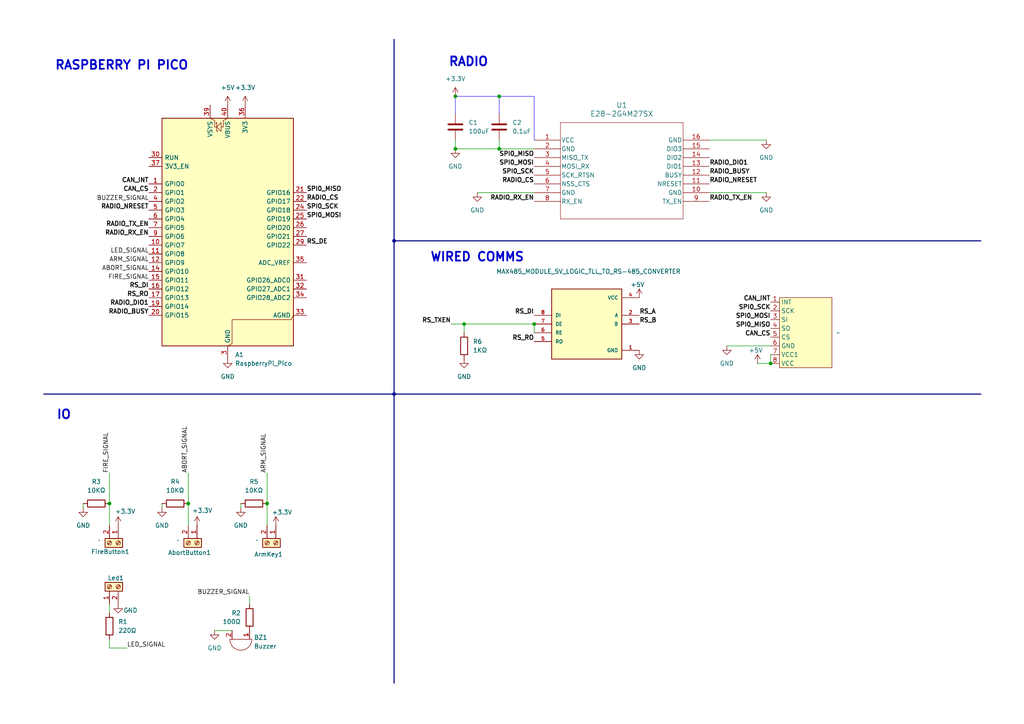
<source format=kicad_sch>
(kicad_sch (version 20250114) (generator "eeschema") (generator_version "9.0")
  (paper "A4")
  (lib_symbols
    (symbol "CANController:CANController"
      (symbol "CANController_1_1"
        (rectangle (start -7.62 8.89) (end 7.62 -11.43) (fill (type background)))
        (pin input line (at -10.16 7.62 0) (length 2.54) (name "INT") (number "1"))
        (pin input line (at -10.16 5.08 0) (length 2.54) (name "SCK") (number "2"))
        (pin input line (at -10.16 2.54 0) (length 2.54) (name "SI") (number "3"))
        (pin input line (at -10.16 0 0) (length 2.54) (name "SO") (number "4"))
        (pin input line (at -10.16 -2.54 0) (length 2.54) (name "CS") (number "5"))
        (pin input line (at -10.16 -5.08 0) (length 2.54) (name "GND") (number "6"))
        (pin input line (at -10.16 -7.62 0) (length 2.54) (name "VCC1") (number "7"))
        (pin input line (at -10.16 -10.16 0) (length 2.54) (name "VCC") (number "8"))
      )
    )
    (symbol "Connector:Screw_Terminal_01x02" (pin_names (offset 1.016) (hide yes))
      (property "Reference" "J" (at 0 2.54 0))
      (property "Value" "Screw_Terminal_01x02" (at 0 -5.08 0))
      (symbol "Screw_Terminal_01x02_1_1"
        (rectangle (start -1.27 1.27) (end 1.27 -3.81) (stroke (width 0.254)) (fill (type background)))
        (polyline (pts (xy -0.5334 0.3302) (xy 0.3302 -0.508)) (stroke (width 0.1524)))
        (polyline (pts (xy -0.5334 -2.2098) (xy 0.3302 -3.048)) (stroke (width 0.1524)))
        (polyline (pts (xy -0.3556 0.508) (xy 0.508 -0.3302)) (stroke (width 0.1524)))
        (polyline (pts (xy -0.3556 -2.032) (xy 0.508 -2.8702)) (stroke (width 0.1524)))
        (circle (center 0 0) (radius 0.635) (stroke (width 0.1524)))
        (circle (center 0 -2.54) (radius 0.635) (stroke (width 0.1524)))
        (pin passive line (at -5.08 0 0) (length 3.81) (name "Pin_1") (number "1"))
        (pin passive line (at -5.08 -2.54 0) (length 3.81) (name "Pin_2") (number "2"))
      )
    )
    (symbol "Device:Buzzer" (pin_names (offset 0.0254) (hide yes))
      (property "Reference" "BZ" (at 3.81 1.27 0))
      (property "Value" "Buzzer" (at 3.81 -1.27 0))
      (symbol "Buzzer_0_1"
        (polyline (pts (xy -1.651 1.905) (xy -1.143 1.905)))
        (polyline (pts (xy -1.397 2.159) (xy -1.397 1.651)))
        (arc (start 0 3.175) (mid 3.1612 0) (end 0 -3.175))
        (polyline (pts (xy 0 3.175) (xy 0 -3.175)))
      )
      (symbol "Buzzer_1_1"
        (pin passive line (at -2.54 2.54 0) (length 2.54) (name "+") (number "1"))
        (pin passive line (at -2.54 -2.54 0) (length 2.54) (name "-") (number "2"))
      )
    )
    (symbol "Device:C" (pin_numbers (hide yes)) (pin_names (offset 0.254))
      (property "Reference" "C" (at 0.635 2.54 0))
      (property "Value" "C" (at 0.635 -2.54 0))
      (symbol "C_0_1"
        (polyline (pts (xy -2.032 0.762) (xy 2.032 0.762)) (stroke (width 0.508)))
        (polyline (pts (xy -2.032 -0.762) (xy 2.032 -0.762)) (stroke (width 0.508)))
      )
      (symbol "C_1_1"
        (pin passive line (at 0 3.81 270) (length 2.794) (name "~") (number "1"))
        (pin passive line (at 0 -3.81 90) (length 2.794) (name "~") (number "2"))
      )
    )
    (symbol "Device:R" (pin_numbers (hide yes)) (pin_names (offset 0))
      (property "Reference" "R" (at 2.032 0 90))
      (property "Value" "R" (at 0 0 90))
      (symbol "R_0_1"
        (rectangle (start -1.016 -2.54) (end 1.016 2.54) (stroke (width 0.254)))
      )
      (symbol "R_1_1"
        (pin passive line (at 0 3.81 270) (length 1.27) (name "~") (number "1"))
        (pin passive line (at 0 -3.81 90) (length 1.27) (name "~") (number "2"))
      )
    )
    (symbol "MAX485_MODULE_5V_LOGIC_TLL_TO_RS-485_CONVERTER:MAX485_MODULE_5V_LOGIC_TLL_TO_RS-485_CONVERTER" (pin_names (offset 1.016))
      (property "Reference" "U" (at -10.16 11.43 0))
      (property "Value" "MAX485_MODULE_5V_LOGIC_TLL_TO_RS-485_CONVERTER" (at -10.16 -12.7 0))
      (symbol "MAX485_MODULE_5V_LOGIC_TLL_TO_RS-485_CONVERTER_0_0"
        (rectangle (start -10.16 -10.16) (end 10.16 10.16) (stroke (width 0.254)) (fill (type background)))
        (pin input line (at -15.24 2.54 0) (length 5.08) (name "DI") (number "8"))
        (pin input line (at -15.24 0 0) (length 5.08) (name "DE") (number "7"))
        (pin input line (at -15.24 -2.54 0) (length 5.08) (name "RE") (number "6"))
        (pin output line (at -15.24 -5.08 0) (length 5.08) (name "RO") (number "5"))
        (pin power_in line (at 15.24 7.62 180) (length 5.08) (name "VCC") (number "4"))
        (pin bidirectional line (at 15.24 2.54 180) (length 5.08) (name "A") (number "2"))
        (pin bidirectional line (at 15.24 0 180) (length 5.08) (name "B") (number "3"))
        (pin power_in line (at 15.24 -7.62 180) (length 5.08) (name "GND") (number "1"))
      )
    )
    (symbol "MCU_Module:RaspberryPi_Pico" (pin_names (offset 0.762))
      (property "Reference" "A" (at -19.05 35.56 0))
      (property "Value" "RaspberryPi_Pico" (at 7.62 35.56 0))
      (symbol "RaspberryPi_Pico_0_1"
        (rectangle (start -19.05 34.29) (end 19.05 -31.75) (stroke (width 0.254)) (fill (type background)))
        (polyline (pts (xy -5.08 34.29) (xy -3.81 33.655) (xy -3.81 31.75) (xy -3.175 31.75)))
        (polyline (pts (xy -3.429 32.766) (xy -3.429 33.02) (xy -3.175 33.02) (xy -3.175 30.48) (xy -2.921 30.48) (xy -2.921 30.734)))
        (polyline (pts (xy -3.175 31.75) (xy -1.905 33.02) (xy -1.905 30.48) (xy -3.175 31.75)))
        (polyline (pts (xy 0 34.29) (xy -1.27 33.655) (xy -1.27 31.75) (xy -1.905 31.75)))
        (polyline (pts (xy 0 -31.75) (xy 1.27 -31.115) (xy 1.27 -24.13) (xy 18.415 -24.13) (xy 19.05 -22.86)))
      )
      (symbol "RaspberryPi_Pico_1_1"
        (pin passive line (at -22.86 22.86 0) (length 3.81) (name "RUN") (number "30"))
        (pin passive line (at -22.86 20.32 0) (length 3.81) (name "3V3_EN") (number "37"))
        (pin bidirectional line (at -22.86 15.24 0) (length 3.81) (name "GPIO0") (number "1"))
        (pin bidirectional line (at -22.86 12.7 0) (length 3.81) (name "GPIO1") (number "2"))
        (pin bidirectional line (at -22.86 10.16 0) (length 3.81) (name "GPIO2") (number "4"))
        (pin bidirectional line (at -22.86 7.62 0) (length 3.81) (name "GPIO3") (number "5"))
        (pin bidirectional line (at -22.86 5.08 0) (length 3.81) (name "GPIO4") (number "6"))
        (pin bidirectional line (at -22.86 2.54 0) (length 3.81) (name "GPIO5") (number "7"))
        (pin bidirectional line (at -22.86 0 0) (length 3.81) (name "GPIO6") (number "9"))
        (pin bidirectional line (at -22.86 -2.54 0) (length 3.81) (name "GPIO7") (number "10"))
        (pin bidirectional line (at -22.86 -5.08 0) (length 3.81) (name "GPIO8") (number "11"))
        (pin bidirectional line (at -22.86 -7.62 0) (length 3.81) (name "GPIO9") (number "12"))
        (pin bidirectional line (at -22.86 -10.16 0) (length 3.81) (name "GPIO10") (number "14"))
        (pin bidirectional line (at -22.86 -12.7 0) (length 3.81) (name "GPIO11") (number "15"))
        (pin bidirectional line (at -22.86 -15.24 0) (length 3.81) (name "GPIO12") (number "16"))
        (pin bidirectional line (at -22.86 -17.78 0) (length 3.81) (name "GPIO13") (number "17"))
        (pin bidirectional line (at -22.86 -20.32 0) (length 3.81) (name "GPIO14") (number "19"))
        (pin bidirectional line (at -22.86 -22.86 0) (length 3.81) (name "GPIO15") (number "20"))
        (pin power_in line (at -5.08 38.1 270) (length 3.81) (name "VSYS") (number "39"))
        (pin power_out line (at 0 38.1 270) (length 3.81) (name "VBUS") (number "40"))
        (pin passive line (at 0 -35.56 90) (length 3.81) (hide yes) (name "GND") (number "13"))
        (pin passive line (at 0 -35.56 90) (length 3.81) (hide yes) (name "GND") (number "18"))
        (pin passive line (at 0 -35.56 90) (length 3.81) (hide yes) (name "GND") (number "23"))
        (pin passive line (at 0 -35.56 90) (length 3.81) (hide yes) (name "GND") (number "28"))
        (pin power_out line (at 0 -35.56 90) (length 3.81) (name "GND") (number "3"))
        (pin passive line (at 0 -35.56 90) (length 3.81) (hide yes) (name "GND") (number "38"))
        (pin passive line (at 0 -35.56 90) (length 3.81) (hide yes) (name "GND") (number "8"))
        (pin power_out line (at 5.08 38.1 270) (length 3.81) (name "3V3") (number "36"))
        (pin bidirectional line (at 22.86 12.7 180) (length 3.81) (name "GPIO16") (number "21"))
        (pin bidirectional line (at 22.86 10.16 180) (length 3.81) (name "GPIO17") (number "22"))
        (pin bidirectional line (at 22.86 7.62 180) (length 3.81) (name "GPIO18") (number "24"))
        (pin bidirectional line (at 22.86 5.08 180) (length 3.81) (name "GPIO19") (number "25"))
        (pin bidirectional line (at 22.86 2.54 180) (length 3.81) (name "GPIO20") (number "26"))
        (pin bidirectional line (at 22.86 0 180) (length 3.81) (name "GPIO21") (number "27"))
        (pin bidirectional line (at 22.86 -2.54 180) (length 3.81) (name "GPIO22") (number "29"))
        (pin power_in line (at 22.86 -7.62 180) (length 3.81) (name "ADC_VREF") (number "35"))
        (pin bidirectional line (at 22.86 -12.7 180) (length 3.81) (name "GPIO26_ADC0") (number "31"))
        (pin bidirectional line (at 22.86 -15.24 180) (length 3.81) (name "GPIO27_ADC1") (number "32"))
        (pin bidirectional line (at 22.86 -17.78 180) (length 3.81) (name "GPIO28_ADC2") (number "34"))
        (pin power_out line (at 22.86 -22.86 180) (length 3.81) (name "AGND") (number "33"))
      )
    )
    (symbol "Modulo.E28-2G4M27SX:E28-2G4M27SX" (pin_names (offset 0.254))
      (property "Reference" "U" (at 25.4 10.16 0))
      (property "Value" "E28-2G4M27SX" (at 25.4 7.62 0))
      (symbol "E28-2G4M27SX_0_1"
        (polyline (pts (xy 7.62 5.08) (xy 7.62 -22.86)) (stroke (width 0.127)))
        (polyline (pts (xy 7.62 -22.86) (xy 43.18 -22.86)) (stroke (width 0.127)))
        (polyline (pts (xy 43.18 5.08) (xy 7.62 5.08)) (stroke (width 0.127)))
        (polyline (pts (xy 43.18 -22.86) (xy 43.18 5.08)) (stroke (width 0.127)))
        (pin power_in line (at 0 0 0) (length 7.62) (name "VCC") (number "1"))
        (pin power_out line (at 0 -2.54 0) (length 7.62) (name "GND") (number "2"))
        (pin output line (at 0 -5.08 0) (length 7.62) (name "MISO_TX") (number "3"))
        (pin input line (at 0 -7.62 0) (length 7.62) (name "MOSI_RX") (number "4"))
        (pin input line (at 0 -10.16 0) (length 7.62) (name "SCK_RTSN") (number "5"))
        (pin input line (at 0 -12.7 0) (length 7.62) (name "NSS_CTS") (number "6"))
        (pin power_out line (at 0 -15.24 0) (length 7.62) (name "GND") (number "7"))
        (pin input line (at 0 -17.78 0) (length 7.62) (name "RX_EN") (number "8"))
        (pin power_out line (at 50.8 0 180) (length 7.62) (name "GND") (number "16"))
        (pin bidirectional line (at 50.8 -2.54 180) (length 7.62) (name "DIO3") (number "15"))
        (pin bidirectional line (at 50.8 -5.08 180) (length 7.62) (name "DIO2") (number "14"))
        (pin bidirectional line (at 50.8 -7.62 180) (length 7.62) (name "DIO1") (number "13"))
        (pin output line (at 50.8 -10.16 180) (length 7.62) (name "BUSY") (number "12"))
        (pin input line (at 50.8 -12.7 180) (length 7.62) (name "NRESET") (number "11"))
        (pin power_out line (at 50.8 -15.24 180) (length 7.62) (name "GND") (number "10"))
        (pin input line (at 50.8 -17.78 180) (length 7.62) (name "TX_EN") (number "9"))
      )
    )
    (symbol "power:+3.3V" (power) (pin_numbers (hide yes)) (pin_names (offset 0) (hide yes))
      (property "Value" "+3.3V" (at 0 3.556 0))
      (symbol "+3.3V_0_1"
        (polyline (pts (xy -0.762 1.27) (xy 0 2.54)))
        (polyline (pts (xy 0 2.54) (xy 0.762 1.27)))
        (polyline (pts (xy 0 0) (xy 0 2.54)))
      )
      (symbol "+3.3V_1_1"
        (pin power_in line (at 0 0 90) (length 0) (name "~") (number "1"))
      )
    )
    (symbol "power:GND" (power) (pin_numbers (hide yes)) (pin_names (offset 0) (hide yes))
      (property "Value" "GND" (at 0 -3.81 0))
      (symbol "GND_0_1"
        (polyline (pts (xy 0 0) (xy 0 -1.27) (xy 1.27 -1.27) (xy 0 -2.54) (xy -1.27 -1.27) (xy 0 -1.27)))
      )
      (symbol "GND_1_1"
        (pin power_in line (at 0 0 270) (length 0) (name "~") (number "1"))
      )
    )
  )
  (text "IO" (at 18.542 120.396 0) (effects (font (size 2.54 2.54) (thickness 0.508) (bold yes))))
  (text "WIRED COMMS" (at 138.43 74.676 0) (effects (font (size 2.54 2.54) (thickness 0.508) (bold yes))))
  (text "RADIO" (at 135.89 18.034 0) (effects (font (size 2.54 2.54) (thickness 0.508) (bold yes))))
  (text "RASPBERRY PI PICO" (at 35.306 19.05 0) (effects (font (size 2.54 2.54) (thickness 0.508) (bold yes))))
  (junction (at 132.08 27.94))
  (junction (at 154.94 93.98))
  (junction (at 223.52 105.41))
  (junction (at 132.08 43.18))
  (junction (at 144.78 43.18))
  (junction (at 114.3 69.85))
  (junction (at 54.61 146.05))
  (junction (at 134.62 93.98))
  (junction (at 114.3 114.3))
  (junction (at 31.75 146.05))
  (junction (at 144.78 27.94))
  (junction (at 77.47 146.05))
  (wire (pts (xy 54.61 146.05) (xy 54.61 152.4)))
  (wire (pts (xy 144.78 43.18) (xy 154.94 43.18)))
  (wire (pts (xy 31.75 187.96) (xy 36.83 187.96)))
  (wire (pts (xy 132.08 27.94) (xy 132.08 33.02)) (stroke (width 0) (color 47 38 255 1)))
  (wire (pts (xy 31.75 175.26) (xy 31.75 177.8)))
  (wire (pts (xy 24.13 147.32) (xy 24.13 146.05)))
  (wire (pts (xy 138.43 55.88) (xy 154.94 55.88)))
  (bus (pts (xy 114.3 114.3) (xy 284.48 114.3)))
  (wire (pts (xy 69.85 146.05) (xy 69.85 147.32)))
  (wire (pts (xy 31.75 146.05) (xy 31.75 152.4)))
  (wire (pts (xy 223.52 105.41) (xy 219.71 105.41)))
  (bus (pts (xy 12.7 114.3) (xy 114.3 114.3)))
  (wire (pts (xy 72.39 172.72) (xy 72.39 175.26)))
  (wire (pts (xy 31.75 137.16) (xy 31.75 146.05)))
  (wire (pts (xy 154.94 93.98) (xy 154.94 96.52)))
  (bus (pts (xy 114.3 114.3) (xy 114.3 69.85)))
  (wire (pts (xy 205.74 55.88) (xy 222.25 55.88)))
  (wire (pts (xy 130.81 93.98) (xy 134.62 93.98)))
  (wire (pts (xy 144.78 27.94) (xy 144.78 33.02)) (stroke (width 0) (color 47 38 255 1)))
  (wire (pts (xy 77.47 146.05) (xy 77.47 152.4)))
  (bus (pts (xy 114.3 114.3) (xy 114.3 198.12)))
  (wire (pts (xy 77.47 137.16) (xy 77.47 146.05)))
  (wire (pts (xy 223.52 102.87) (xy 223.52 105.41)))
  (wire (pts (xy 154.94 27.94) (xy 154.94 40.64)) (stroke (width 0) (color 47 38 255 1)))
  (wire (pts (xy 132.08 40.64) (xy 132.08 43.18)))
  (wire (pts (xy 144.78 27.94) (xy 154.94 27.94)) (stroke (width 0) (color 47 38 255 1)))
  (wire (pts (xy 31.75 185.42) (xy 31.75 187.96)))
  (wire (pts (xy 210.82 100.33) (xy 223.52 100.33)))
  (bus (pts (xy 114.3 69.85) (xy 114.3 11.43)))
  (wire (pts (xy 46.99 146.05) (xy 46.99 147.32)))
  (wire (pts (xy 134.62 93.98) (xy 134.62 96.52)))
  (wire (pts (xy 132.08 27.94) (xy 144.78 27.94)) (stroke (width 0) (color 47 38 255 1)))
  (wire (pts (xy 134.62 93.98) (xy 154.94 93.98)))
  (wire (pts (xy 54.61 137.16) (xy 54.61 146.05)))
  (wire (pts (xy 132.08 43.18) (xy 144.78 43.18)))
  (bus (pts (xy 114.3 69.85) (xy 284.48 69.85)))
  (wire (pts (xy 144.78 40.64) (xy 144.78 43.18)))
  (wire (pts (xy 62.23 182.88) (xy 67.31 182.88)))
  (wire (pts (xy 205.74 40.64) (xy 222.25 40.64)))
  (label "SPI0_MISO" (at 223.52 95.25 180) (effects (font (thickness 0.254) (bold yes))))
  (label "CAN_INT" (at 43.18 53.34 180) (effects (font (thickness 0.254) (bold yes))))
  (label "SPI0_MISO" (at 88.9 55.88 0) (effects (font (thickness 0.254) (bold yes))))
  (label "LED_SIGNAL" (at 43.18 73.66 180))
  (label "SPI0_MISO" (at 154.94 45.72 180) (effects (font (thickness 0.254) (bold yes))))
  (label "RADIO_NRESET" (at 205.74 53.34 0) (effects (font (thickness 0.254) (bold yes))))
  (label "SPI0_MOSI" (at 154.94 48.26 180) (effects (font (thickness 0.254) (bold yes))))
  (label "RS_B" (at 185.42 93.98 0) (effects (font (thickness 0.254) (bold yes))))
  (label "RS_A" (at 185.42 91.44 0) (effects (font (thickness 0.254) (bold yes))))
  (label "BUZZER_SIGNAL" (at 43.18 58.42 180))
  (label "RADIO_CS" (at 88.9 58.42 0) (effects (font (thickness 0.254) (bold yes))))
  (label "LED_SIGNAL" (at 36.83 187.96 0))
  (label "CAN_CS" (at 43.18 55.88 180) (effects (font (thickness 0.254) (bold yes))))
  (label "RADIO_TX_EN" (at 205.74 58.42 0) (effects (font (thickness 0.254) (bold yes))))
  (label "RS_DE" (at 88.9 71.12 0) (effects (font (thickness 0.254) (bold yes))))
  (label "SPI0_SCK" (at 88.9 60.96 0) (effects (font (thickness 0.254) (bold yes))))
  (label "RS_DI" (at 43.18 83.82 180) (effects (font (thickness 0.254) (bold yes))))
  (label "SPI0_SCK" (at 223.52 90.17 180) (effects (font (thickness 0.254) (bold yes))))
  (label "ABORT_SIGNAL" (at 54.61 137.16 90))
  (label "ABORT_SIGNAL" (at 43.18 78.74 180))
  (label "RADIO_DIO1" (at 43.18 88.9 180) (effects (font (thickness 0.254) (bold yes))))
  (label "RADIO_RX_EN" (at 154.94 58.42 180) (effects (font (thickness 0.254) (bold yes))))
  (label "RS_RO" (at 43.18 86.36 180) (effects (font (thickness 0.254) (bold yes))))
  (label "RS_DI" (at 154.94 91.44 180) (effects (font (thickness 0.254) (bold yes))))
  (label "ARM_SIGNAL" (at 77.47 137.16 90))
  (label "CAN_CS" (at 223.52 97.79 180) (effects (font (thickness 0.254) (bold yes))))
  (label "SPI0_MOSI" (at 223.52 92.71 180) (effects (font (thickness 0.254) (bold yes))))
  (label "RADIO_TX_EN" (at 43.18 66.04 180) (effects (font (thickness 0.254) (bold yes))))
  (label "FIRE_SIGNAL" (at 31.75 137.16 90))
  (label "CAN_INT" (at 223.52 87.63 180) (effects (font (thickness 0.254) (bold yes))))
  (label "RADIO_BUSY" (at 205.74 50.8 0) (effects (font (thickness 0.254) (bold yes))))
  (label "RS_TXEN" (at 130.81 93.98 180) (effects (font (thickness 0.254) (bold yes))))
  (label "ARM_SIGNAL" (at 43.18 76.2 180))
  (label "RADIO_DIO1" (at 205.74 48.26 0) (effects (font (thickness 0.254) (bold yes))))
  (label "SPI0_MOSI" (at 88.9 63.5 0) (effects (font (thickness 0.254) (bold yes))))
  (label "RADIO_BUSY" (at 43.18 91.44 180) (effects (font (thickness 0.254) (bold yes))))
  (label "RADIO_NRESET" (at 43.18 60.96 180) (effects (font (thickness 0.254) (bold yes))))
  (label "RADIO_RX_EN" (at 43.18 68.58 180) (effects (font (thickness 0.254) (bold yes))))
  (label "FIRE_SIGNAL" (at 43.18 81.28 180))
  (label "RADIO_CS" (at 154.94 53.34 180) (effects (font (thickness 0.254) (bold yes))))
  (label "BUZZER_SIGNAL" (at 72.39 172.72 180))
  (label "RS_RO" (at 154.94 99.06 180) (effects (font (thickness 0.254) (bold yes))))
  (label "SPI0_SCK" (at 154.94 50.8 180) (effects (font (thickness 0.254) (bold yes))))
  (symbol (lib_id "power:+3.3V") (at 185.42 86.36 0) (unit 1)
    (property "Reference" "#PWR015" (effects (hide yes)))
    (property "Value" "+5V" (at 184.912 82.55 0))
    (property "Description" "Power symbol creates a global label with name \"+3.3V\"" (effects (hide yes)))
  )
  (symbol (lib_id "MCU_Module:RaspberryPi_Pico") (at 66.04 68.58 0) (unit 1)
    (property "Reference" "A1" (at 68.1833 102.87 0) (effects (justify left)))
    (property "Value" "RaspberryPi_Pico" (at 68.1833 105.41 0) (effects (justify left)))
    (property "Footprint" "Module:RaspberryPi_Pico_Common_Unspecified" (effects (hide yes)))
    (property "Datasheet" "https://datasheets.raspberrypi.com/pico/pico-datasheet.pdf" (effects (hide yes)))
    (property "Description" "Versatile and inexpensive microcontroller module powered by RP2040 dual-core Arm Cortex-M0+ processor up to 133 MHz, 264kB SRAM, 2MB QSPI flash; also supports Raspberry Pi Pico 2" (effects (hide yes)))
  )
  (symbol (lib_id "power:GND") (at 138.43 55.88 0) (unit 1)
    (property "Reference" "#PWR04" (effects (hide yes)))
    (property "Value" "GND" (at 138.43 60.96 0))
    (property "Description" "Power symbol creates a global label with name \"GND\" , ground" (effects (hide yes)))
  )
  (symbol (lib_id "power:GND") (at 222.25 40.64 0) (unit 1)
    (property "Reference" "#PWR07" (effects (hide yes)))
    (property "Value" "GND" (at 222.25 45.72 0))
    (property "Description" "Power symbol creates a global label with name \"GND\" , ground" (effects (hide yes)))
  )
  (symbol (lib_id "power:GND") (at 132.08 43.18 0) (unit 1)
    (property "Reference" "#PWR08" (effects (hide yes)))
    (property "Value" "GND" (at 132.08 48.26 0))
    (property "Description" "Power symbol creates a global label with name \"GND\" , ground" (effects (hide yes)))
  )
  (symbol (lib_id "Device:R") (at 134.62 100.33 0) (unit 1)
    (property "Reference" "R6" (at 137.16 99.0599 0) (effects (justify left)))
    (property "Value" "1KΩ" (at 137.16 101.5999 0) (effects (justify left)))
    (property "Footprint" "Resistor_SMD:R_0402_1005Metric" (effects (hide yes)))
    (property "Description" "Resistor" (effects (hide yes)))
  )
  (symbol (lib_id "Device:C") (at 144.78 36.83 0) (unit 1)
    (property "Reference" "C2" (at 148.59 35.5599 0) (effects (justify left)))
    (property "Value" "0.1uF" (at 148.59 38.0999 0) (effects (justify left)))
    (property "Footprint" "Resistor_SMD:R_0402_1005Metric" (effects (hide yes)))
    (property "Description" "Unpolarized capacitor" (effects (hide yes)))
  )
  (symbol (lib_id "power:GND") (at 222.25 55.88 0) (unit 1)
    (property "Reference" "#PWR05" (effects (hide yes)))
    (property "Value" "GND" (at 222.25 60.96 0))
    (property "Description" "Power symbol creates a global label with name \"GND\" , ground" (effects (hide yes)))
  )
  (symbol (lib_id "Device:C") (at 132.08 36.83 0) (unit 1)
    (property "Reference" "C1" (at 135.89 35.5599 0) (effects (justify left)))
    (property "Value" "100uF" (at 135.89 38.0999 0) (effects (justify left)))
    (property "Footprint" "Resistor_SMD:R_0402_1005Metric" (effects (hide yes)))
    (property "Description" "Unpolarized capacitor" (effects (hide yes)))
  )
  (symbol (lib_id "CANController:CANController") (at 233.68 95.25 0) (unit 1)
    (property "Reference" "U3" (effects (hide yes)))
    (property "Value" "~" (at 242.57 96.5199 0) (effects (justify left)))
    (property "Footprint" "CANController:CANController" (effects (hide yes)))
  )
  (symbol (lib_id "power:GND") (at 66.04 104.14 0) (unit 1)
    (property "Reference" "#PWR06" (effects (hide yes)))
    (property "Value" "GND" (at 66.04 109.22 0))
    (property "Description" "Power symbol creates a global label with name \"GND\" , ground" (effects (hide yes)))
  )
  (symbol (lib_id "power:+3.3V") (at 80.01 152.4 0) (unit 1)
    (property "Reference" "#PWR02" (effects (hide yes)))
    (property "Value" "+3.3V" (at 81.788 148.59 0))
    (property "Description" "Power symbol creates a global label with name \"+3.3V\"" (effects (hide yes)))
  )
  (symbol (lib_id "power:GND") (at 185.42 101.6 0) (unit 1)
    (property "Reference" "#PWR012" (effects (hide yes)))
    (property "Value" "GND" (at 185.42 106.68 0))
    (property "Description" "Power symbol creates a global label with name \"GND\" , ground" (effects (hide yes)))
  )
  (symbol (lib_id "Modulo.E28-2G4M27SX:E28-2G4M27SX") (at 154.94 40.64 0) (unit 1)
    (property "Reference" "U1" (at 180.34 30.48 0) (effects (font (size 1.524 1.524))))
    (property "Value" "E28-2G4M27SX" (at 180.34 33.02 0) (effects (font (size 1.524 1.524))))
    (property "Footprint" "Rádio:E28-2G4M27SX_CGD" (effects (hide yes)))
    (property "Datasheet" "E28-2G4M27SX" (effects (hide yes)))
  )
  (symbol (lib_id "Device:R") (at 31.75 181.61 0) (unit 1)
    (property "Reference" "R1" (at 34.29 180.3399 0) (effects (justify left)))
    (property "Value" "220Ω" (at 34.29 182.8799 0) (effects (justify left)))
    (property "Footprint" "Resistor_SMD:R_0402_1005Metric" (effects (hide yes)))
    (property "Description" "Resistor" (effects (hide yes)))
  )
  (symbol (lib_id "Connector:Screw_Terminal_01x02") (at 80.01 157.48 270) (unit 1)
    (property "Reference" "ArmKey1" (at 82.042 160.782 90) (effects (justify right)))
    (property "Value" "." (at 74.93 156.2101 90) (effects (justify right)))
    (property "Footprint" "TerminalBlock:TerminalBlock_Xinya_XY308-2.54-2P_1x02_P2.54mm_Horizontal" (effects (hide yes)))
    (property "Description" "Generic screw terminal, single row, 01x02, script generated (kicad-library-utils/schlib/autogen/connector/)" (effects (hide yes)))
  )
  (symbol (lib_id "power:+3.3V") (at 132.08 27.94 0) (unit 1)
    (property "Reference" "#PWR09" (effects (hide yes)))
    (property "Value" "+3.3V" (at 132.08 22.86 0))
    (property "Description" "Power symbol creates a global label with name \"+3.3V\"" (effects (hide yes)))
  )
  (symbol (lib_id "power:+3.3V") (at 219.71 105.41 0) (unit 1)
    (property "Reference" "#PWR016" (effects (hide yes)))
    (property "Value" "+5V" (at 219.202 101.6 0))
    (property "Description" "Power symbol creates a global label with name \"+3.3V\"" (effects (hide yes)))
  )
  (symbol (lib_id "Device:R") (at 50.8 146.05 90) (unit 1)
    (property "Reference" "R4" (at 50.8 139.7 90))
    (property "Value" "10KΩ" (at 50.8 142.24 90))
    (property "Footprint" "Resistor_SMD:R_0402_1005Metric" (effects (hide yes)))
    (property "Description" "Resistor" (effects (hide yes)))
  )
  (symbol (lib_id "power:GND") (at 69.85 147.32 0) (unit 1)
    (property "Reference" "#PWR019" (effects (hide yes)))
    (property "Value" "GND" (at 69.85 152.4 0))
    (property "Description" "Power symbol creates a global label with name \"GND\" , ground" (effects (hide yes)))
  )
  (symbol (lib_id "Connector:Screw_Terminal_01x02") (at 57.15 157.48 270) (unit 1)
    (property "Reference" "AbortButton1" (at 61.214 160.274 90) (effects (justify right)))
    (property "Value" "." (at 52.07 156.2101 90) (effects (justify right)))
    (property "Footprint" "TerminalBlock:TerminalBlock_Xinya_XY308-2.54-2P_1x02_P2.54mm_Horizontal" (effects (hide yes)))
    (property "Description" "Generic screw terminal, single row, 01x02, script generated (kicad-library-utils/schlib/autogen/connector/)" (effects (hide yes)))
  )
  (symbol (lib_id "power:GND") (at 62.23 182.88 0) (unit 1)
    (property "Reference" "#PWR01" (effects (hide yes)))
    (property "Value" "GND" (at 62.23 187.96 0))
    (property "Description" "Power symbol creates a global label with name \"GND\" , ground" (effects (hide yes)))
  )
  (symbol (lib_id "power:+3.3V") (at 57.15 152.4 0) (unit 1)
    (property "Reference" "#PWR03" (effects (hide yes)))
    (property "Value" "+3.3V" (at 58.674 148.082 0))
    (property "Description" "Power symbol creates a global label with name \"+3.3V\"" (effects (hide yes)))
  )
  (symbol (lib_id "Device:R") (at 73.66 146.05 90) (unit 1)
    (property "Reference" "R5" (at 73.66 139.7 90))
    (property "Value" "10KΩ" (at 73.66 142.24 90))
    (property "Footprint" "Resistor_SMD:R_0402_1005Metric" (effects (hide yes)))
    (property "Description" "Resistor" (effects (hide yes)))
  )
  (symbol (lib_id "Connector:Screw_Terminal_01x02") (at 34.29 157.48 270) (unit 1)
    (property "Reference" "FireButton1" (at 37.592 160.02 90) (effects (justify right)))
    (property "Value" "." (at 29.21 156.2101 90) (effects (justify right)))
    (property "Footprint" "TerminalBlock:TerminalBlock_Xinya_XY308-2.54-2P_1x02_P2.54mm_Horizontal" (effects (hide yes)))
    (property "Description" "Generic screw terminal, single row, 01x02, script generated (kicad-library-utils/schlib/autogen/connector/)" (effects (hide yes)))
  )
  (symbol (lib_id "power:GND") (at 24.13 147.32 0) (unit 1)
    (property "Reference" "#PWR017" (effects (hide yes)))
    (property "Value" "GND" (at 24.13 152.4 0))
    (property "Description" "Power symbol creates a global label with name \"GND\" , ground" (effects (hide yes)))
  )
  (symbol (lib_id "power:+3.3V") (at 71.12 30.48 0) (unit 1)
    (property "Reference" "#PWR021" (effects (hide yes)))
    (property "Value" "+3.3V" (at 71.12 25.4 0))
    (property "Description" "Power symbol creates a global label with name \"+3.3V\"" (effects (hide yes)))
  )
  (symbol (lib_id "power:GND") (at 134.62 104.14 0) (unit 1)
    (property "Reference" "#PWR020" (effects (hide yes)))
    (property "Value" "GND" (at 134.62 109.22 0))
    (property "Description" "Power symbol creates a global label with name \"GND\" , ground" (effects (hide yes)))
  )
  (symbol (lib_id "power:GND") (at 46.99 147.32 0) (unit 1)
    (property "Reference" "#PWR018" (effects (hide yes)))
    (property "Value" "GND" (at 46.99 152.4 0))
    (property "Description" "Power symbol creates a global label with name \"GND\" , ground" (effects (hide yes)))
  )
  (symbol (lib_id "power:+3.3V") (at 34.29 152.4 0) (unit 1)
    (property "Reference" "#PWR010" (effects (hide yes)))
    (property "Value" "+3.3V" (at 36.322 148.336 0))
    (property "Description" "Power symbol creates a global label with name \"+3.3V\"" (effects (hide yes)))
  )
  (symbol (lib_id "Device:R") (at 72.39 179.07 0) (mirror y) (unit 1)
    (property "Reference" "R2" (at 69.85 177.7999 0) (effects (justify left)))
    (property "Value" "100Ω" (at 69.85 180.3399 0) (effects (justify left)))
    (property "Footprint" "Resistor_SMD:R_0402_1005Metric" (effects (hide yes)))
    (property "Description" "Resistor" (effects (hide yes)))
  )
  (symbol (lib_id "Connector:Screw_Terminal_01x02") (at 31.75 170.18 90) (unit 1)
    (property "Reference" "Led1" (at 31.242 167.64 90) (effects (justify right)))
    (property "Value" "." (at 36.83 176.5299 90) (effects (justify right)))
    (property "Footprint" "TerminalBlock:TerminalBlock_Xinya_XY308-2.54-2P_1x02_P2.54mm_Horizontal" (effects (hide yes)))
    (property "Description" "Generic screw terminal, single row, 01x02, script generated (kicad-library-utils/schlib/autogen/connector/)" (effects (hide yes)))
  )
  (symbol (lib_id "Device:R") (at 27.94 146.05 90) (unit 1)
    (property "Reference" "R3" (at 27.94 139.7 90))
    (property "Value" "10KΩ" (at 27.94 142.24 90))
    (property "Footprint" "Resistor_SMD:R_0402_1005Metric" (effects (hide yes)))
    (property "Description" "Resistor" (effects (hide yes)))
  )
  (symbol (lib_id "MAX485_MODULE_5V_LOGIC_TLL_TO_RS-485_CONVERTER:MAX485_MODULE_5V_LOGIC_TLL_TO_RS-485_CONVERTER") (at 170.18 93.98 0) (unit 1)
    (property "Reference" "U2" (effects (hide yes)))
    (property "Value" "MAX485_MODULE_5V_LOGIC_TLL_TO_RS-485_CONVERTER" (at 170.688 78.74 0))
    (property "Footprint" "MAX485Module:MODULE_MAX485_MODULE_5V_LOGIC_TLL_TO_RS-485_CONVERTER" (effects (hide yes)))
    (property "MF" "e-Gizmo Mechatronix Central" (effects (hide yes)))
    (property "Description_1" "5V MAX485 TTL To RS485 Converter Module Board  for Arduino" (effects (hide yes)))
    (property "Package" "Package" (effects (hide yes)))
    (property "Price" "None" (effects (hide yes)))
    (property "Check_prices" "https://www.snapeda.com/parts/MAX485%20Module%205V%20logic%20TLL%20to%20RS-485%20converter/e-Gizmo+Mechatronix+Central/view-part/?ref=eda" (effects (hide yes)))
    (property "STANDARD" "Manufacturer Recommendations" (effects (hide yes)))
    (property "PARTREV" "1r0" (effects (hide yes)))
    (property "SnapEDA_Link" "https://www.snapeda.com/parts/MAX485%20Module%205V%20logic%20TLL%20to%20RS-485%20converter/e-Gizmo+Mechatronix+Central/view-part/?ref=snap" (effects (hide yes)))
    (property "MP" "MAX485 Module 5V logic TLL to RS-485 converter" (effects (hide yes)))
    (property "Availability" "Not in stock" (effects (hide yes)))
    (property "MANUFACTURER" "e-Gizmo" (effects (hide yes)))
  )
  (symbol (lib_id "power:+3.3V") (at 66.04 30.48 0) (unit 1)
    (property "Reference" "#PWR014" (effects (hide yes)))
    (property "Value" "+5V" (at 66.04 25.4 0))
    (property "Description" "Power symbol creates a global label with name \"+3.3V\"" (effects (hide yes)))
  )
  (symbol (lib_id "Device:Buzzer") (at 69.85 185.42 270) (unit 1)
    (property "Reference" "BZ1" (at 73.66 184.905 90) (effects (justify left)))
    (property "Value" "Buzzer" (at 73.66 187.445 90) (effects (justify left)))
    (property "Footprint" "Buzzer_Beeper:Buzzer_TDK_PS1240P02BT_D12.2mm_H6.5mm" (effects (hide yes)))
    (property "Description" "Buzzer, polarized" (effects (hide yes)))
  )
  (symbol (lib_id "power:GND") (at 34.29 175.26 0) (unit 1)
    (property "Reference" "#PWR011" (effects (hide yes)))
    (property "Value" "GND" (at 37.846 177.038 0))
    (property "Description" "Power symbol creates a global label with name \"GND\" , ground" (effects (hide yes)))
  )
  (symbol (lib_id "power:GND") (at 210.82 100.33 0) (unit 1)
    (property "Reference" "#PWR013" (effects (hide yes)))
    (property "Value" "GND" (at 210.82 105.41 0))
    (property "Description" "Power symbol creates a global label with name \"GND\" , ground" (effects (hide yes)))
  )
)
</source>
